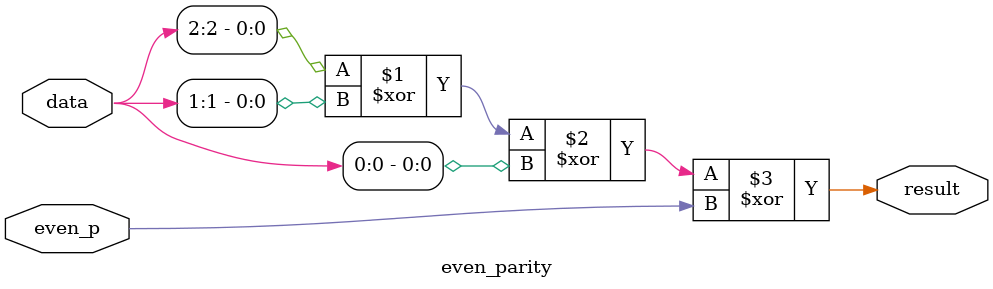
<source format=v>
`timescale 1ns / 1ps
module even_parity(
    input [2:0] data,
	 input even_p,
    output result
    );

assign result = data[2]^data[1]^data[0]^even_p;

endmodule

</source>
